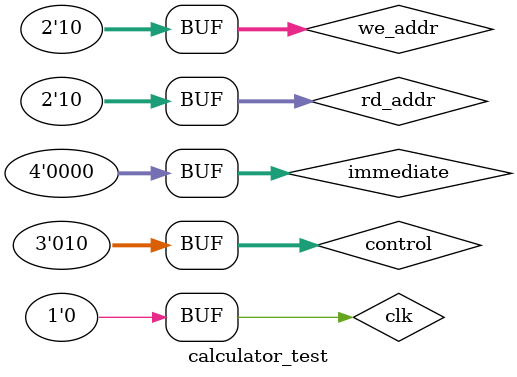
<source format=v>
`include "calculator.v"

module calculator_test();
  reg [1:0] rd_addr, we_addr;
  reg [2:0] control;
  reg signed [3:0] immediate;
  wire signed [3:0] rd_data;
  reg clk;

  calculator calc(clk, rd_addr, immediate, we_addr, control, rd_data);

  initial begin
    $monitor("rd_data=%d", rd_data);
    // r0 = r0 + 2;
    #5;
    clk = 1;
    // r0 = r0 + 2;
    control = 3'b010;
    immediate = 2;
    rd_addr = 2'b00;
    we_addr = 2'b00;
    #5;
    clk = 0;
    // r1 = r0 - (-2);
    #5;
    clk = 1;
    control = 3'b110;
    rd_addr = 2'b00;
    we_addr = 2'b01;
    immediate = -2;
    #5;
    clk = 0;
    // r2 = r1 & 1
    #5;
    clk = 1;
    control = 3'b000;
    immediate = 1;
    rd_addr = 2'b01;
    we_addr = 2'b10;
    #5;
    clk = 0;
    // r2 = r2 + 0;
    #5;
    clk = 1;
    control = 3'b010;
    immediate = 0;
    rd_addr = 2'b10;
    we_addr = 2'b10;
    #5;
    clk = 0;
  end
endmodule
</source>
